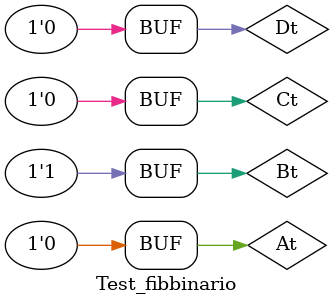
<source format=sv>
`timescale 1ns / 1ps



module Test_fibbinario(
    );
    logic At, Bt, Ct, Dt, Yt;
    
    fibbinario test(
        .A(At),
        .B(Bt),
        .C(Ct),
        .D(Dt),
        .Y(Yt)
    );
    
    initial begin
        At = 1'b0;          // Input 0000
        Bt = 1'b0;          // Output 1 si es fibbinairo
        Ct = 1'b0;
        Dt = 1'b0;
        
        #5
        At = 1'b1;          // Input 1010
        Ct = 1'b1;          // Output 1 si es fibbinario
    
        #5
        Bt = 1'b1;          // Input 1110 
                            // Output 0 no es fibbinario
        #5
        At = 1'b0;          // Input 0110
                            // Output 0 no es fibbinario
        #10
        Ct = 1'b0;          // Input 0100
                            // Output 1 si es fibbinario
    end
endmodule

</source>
